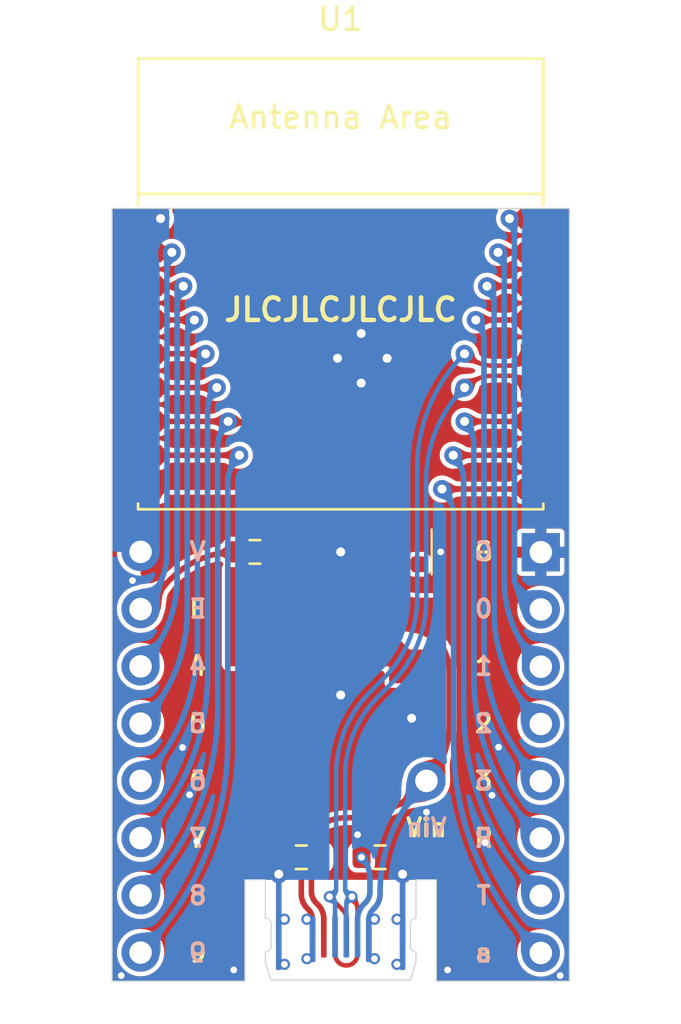
<source format=kicad_pcb>
(kicad_pcb (version 20221018) (generator pcbnew)
  (layers (0 "F.Cu" signal) (31 "B.Cu" signal) (34 "B.Paste" user) (35 "F.Paste" user) (36 "B.SilkS" user "B.Silkscreen") (37 "F.SilkS" user "F.Silkscreen") (38 "B.Mask" user) (39 "F.Mask" user) (44 "Edge.Cuts" user))
  (net 0 "")
  (net 1 "GND")
  (net 2 "D+")
  (net 3 "D-")
  (net 4 "+5V")
  (net 5 "Net-(J1-CC1)")
  (net 6 "Net-(J1-CC2)")
  (net 7 "+3.3V")
  (net 8 "IO0")
  (net 9 "IO1")
  (net 10 "IO2")
  (net 11 "IO3")
  (net 12 "IO4")
  (net 13 "IO5")
  (net 14 "IO6")
  (net 15 "IO7")
  (net 16 "IO8")
  (net 17 "IO9")
  (net 18 "IO10")
  (net 19 "RXD")
  (net 20 "TXD")
  (net 22 "EN")
  (footprint "Library:WS2812C-2020" (layer "F.Cu") (at 102.54 80.95)
    (fp_text reference "U3" hide)
    (fp_text value "WS2812C" hide)
    (fp_line (start 1.5 -1) (end 1.5 1) (stroke (width 0.1)) (layer "F.SilkS"))
    (pad "1" smd roundrect (at 0.915 0.55) (size 0.7 0.7) (layers "F.Cu" "F.Paste" "F.Mask"))
    (pad "2" smd roundrect (at 0.915 -0.55) (size 0.7 0.7) (layers "F.Cu" "F.Paste" "F.Mask") (net 1 "GND"))
    (pad "3" smd roundrect (at -0.915 -0.55) (size 0.7 0.7) (layers "F.Cu" "F.Paste" "F.Mask") (net 16 "IO8"))
    (pad "4" smd roundrect (at -0.915 0.55) (size 0.7 0.7) (layers "F.Cu" "F.Paste" "F.Mask") (net 4 "+5V"))
  )
  (footprint "Package_TO_SOT_SMD:SOT-223-3_TabPin2" (layer "F.Cu") (at 100 86.03 180)
    (fp_text reference "U2" hide)
    (fp_text value "LM1117MP-3.3" hide)
    (pad "1" smd rect (at -3.15 -2.3 180) (size 2 1.5) (layers "F.Cu" "F.Paste" "F.Mask") (net 1 "GND"))
    (pad "2" smd rect (at -3.15 0 180) (size 2 1.5) (layers "F.Cu" "F.Paste" "F.Mask") (net 7 "+3.3V"))
    (pad "2" smd rect (at 3.15 0 180) (size 2 3.8) (layers "F.Cu" "F.Paste" "F.Mask") (net 7 "+3.3V"))
    (pad "3" smd rect (at -3.15 2.3 180) (size 2 1.5) (layers "F.Cu" "F.Paste" "F.Mask") (net 4 "+5V"))
  )
  (footprint "Connector_PinHeader_2.54mm:PinHeader_1x08_P2.54mm_Vertical" (layer "F.Cu") (at 91.11 80.95)
    (fp_text reference "J2" hide)
    (fp_text value "Conn_01x08_Pin")
    (pad "1" thru_hole circle (at 0 0) (size 1.7 1.7) (drill 1) (layers "*.Cu" "*.Mask") (net 7 "+3.3V"))
    (pad "2" thru_hole oval (at 0 2.54) (size 1.7 1.7) (drill 1) (layers "*.Cu" "*.Mask") (net 22 "EN"))
    (pad "3" thru_hole oval (at 0 5.08) (size 1.7 1.7) (drill 1) (layers "*.Cu" "*.Mask") (net 12 "IO4"))
    (pad "4" thru_hole oval (at 0 7.62) (size 1.7 1.7) (drill 1) (layers "*.Cu" "*.Mask") (net 13 "IO5"))
    (pad "5" thru_hole oval (at 0 10.16) (size 1.7 1.7) (drill 1) (layers "*.Cu" "*.Mask") (net 14 "IO6"))
    (pad "6" thru_hole oval (at 0 12.7) (size 1.7 1.7) (drill 1) (layers "*.Cu" "*.Mask") (net 15 "IO7"))
    (pad "7" thru_hole oval (at 0 15.24) (size 1.7 1.7) (drill 1) (layers "*.Cu" "*.Mask") (net 16 "IO8"))
    (pad "8" thru_hole oval (at 0 17.78) (size 1.7 1.7) (drill 1) (layers "*.Cu" "*.Mask") (net 17 "IO9"))
  )
  (footprint "Resistor_SMD:R_0603_1608Metric" (layer "F.Cu") (at 96.19 80.95 180)
    (fp_text reference "R1" hide)
    (fp_text value "10k" hide)
    (fp_line (start -0.237258 -0.5225) (end 0.237258 -0.5225) (stroke (width 0.12)) (layer "F.SilkS"))
    (fp_line (start -0.237258 0.5225) (end 0.237258 0.5225) (stroke (width 0.12)) (layer "F.SilkS"))
    (pad "1" smd roundrect (at -0.825 0 180) (size 0.8 0.95) (layers "F.Cu" "F.Paste" "F.Mask") (net 7 "+3.3V"))
    (pad "2" smd roundrect (at 0.825 0 180) (size 0.8 0.95) (layers "F.Cu" "F.Paste" "F.Mask") (net 22 "EN"))
  )
  (footprint "clipboard:0cc91ec2-0069-494b-bf66-8693916d34c6" (layer "F.Cu") (at 100.02 89.825)
    (fp_text reference "" (at 0 0) (layer "F.SilkS") (effects (font (size 1.27 1.27))))
    (fp_text value "" (at 0 0) (layer "F.SilkS") (effects (font (size 1.27 1.27))))
  )
  (footprint "Library:USB-C" (layer "F.Cu") (at 100 95.5 -90)
    (fp_text reference "J1" hide)
    (fp_text value "USB-C" hide)
    (fp_line (start 0 -3.345) (end 1.7 -3.345) (stroke (width 0.05)) (layer "Edge.Cuts"))
    (fp_line (start 0 3.345) (end 1.7 3.345) (stroke (width 0.05)) (layer "Edge.Cuts"))
    (fp_line (start 1.95 -3.095) (end 2.95 -3.095) (stroke (width 0.05)) (layer "Edge.Cuts"))
    (fp_line (start 1.95 3.095) (end 2.95 3.095) (stroke (width 0.05)) (layer "Edge.Cuts"))
    (fp_line (start 3.2 -3.345) (end 3.65 -3.345) (stroke (width 0.05)) (layer "Edge.Cuts"))
    (fp_line (start 3.2 3.345) (end 3.65 3.345) (stroke (width 0.05)) (layer "Edge.Cuts"))
    (fp_line (start 3.65 -3.345) (end 4.45 -3.095) (stroke (width 0.05)) (layer "Edge.Cuts"))
    (fp_line (start 3.65 3.345) (end 4.45 3.095) (stroke (width 0.05)) (layer "Edge.Cuts"))
    (fp_line (start 4.45 -3.095) (end 4.45 0) (stroke (width 0.05)) (layer "Edge.Cuts"))
    (fp_line (start 4.45 3.095) (end 4.45 0) (stroke (width 0.05)) (layer "Edge.Cuts"))
    (fp_arc (start 1.7 3.345) (mid 1.773223 3.168223) (end 1.95 3.095) (stroke (width 0.05)) (layer "Edge.Cuts"))
    (fp_arc (start 1.95 -3.095) (mid 1.773223 -3.168223) (end 1.7 -3.345) (stroke (width 0.05)) (layer "Edge.Cuts"))
    (fp_arc (start 2.95 3.095) (mid 3.126777 3.168223) (end 3.2 3.345) (stroke (width 0.05)) (layer "Edge.Cuts"))
    (fp_arc (start 3.2 -3.345) (mid 3.126777 -3.168223) (end 2.95 -3.095) (stroke (width 0.05)) (layer "Edge.Cuts"))
    (pad "1" smd roundrect (at 2.81 -2.75 270) (size 2.38 0.25) (layers "F.Cu" "F.Paste" "F.Mask") (net 1 "GND"))
    (pad "1" smd roundrect (at 2.81 -2.75 270) (size 2.38 0.25) (layers "B.Cu" "B.Paste" "B.Mask") (net 1 "GND"))
    (pad "1" smd roundrect (at 2.81 2.75 270) (size 2.38 0.25) (layers "F.Cu" "F.Paste" "F.Mask") (net 1 "GND"))
    (pad "1" smd roundrect (at 2.81 2.75 270) (size 2.38 0.25) (layers "B.Cu" "B.Paste" "B.Mask") (net 1 "GND"))
    (pad "2" smd roundrect (at 2.535 -0.25 270) (size 1.83 0.25) (layers "B.Cu" "B.Paste" "B.Mask") (net 2 "D+"))
    (pad "2" smd roundrect (at 2.535 0.25 270) (size 1.83 0.25) (layers "F.Cu" "F.Paste" "F.Mask") (net 2 "D+"))
    (pad "3" smd roundrect (at 2.535 -0.25 270) (size 1.83 0.25) (layers "F.Cu" "F.Paste" "F.Mask") (net 3 "D-"))
    (pad "3" smd roundrect (at 2.535 0.25 270) (size 1.83 0.25) (layers "B.Cu" "B.Paste" "B.Mask") (net 3 "D-"))
    (pad "4" smd roundrect (at 2.635 -1.25 270) (size 2.03 0.25) (layers "F.Cu" "F.Paste" "F.Mask") (net 4 "+5V"))
    (pad "4" smd roundrect (at 2.635 -1.25 270) (size 2.03 0.25) (layers "B.Cu" "B.Paste" "B.Mask") (net 4 "+5V"))
    (pad "4" smd roundrect (at 2.635 1.25 270) (size 2.03 0.25) (layers "F.Cu" "F.Paste" "F.Mask") (net 4 "+5V"))
    (pad "4" smd roundrect (at 2.635 1.25 270) (size 2.03 0.25) (layers "B.Cu" "B.Paste" "B.Mask") (net 4 "+5V"))
    (pad "5" smd roundrect (at 2.535 0.75 270) (size 1.83 0.25) (layers "F.Cu" "F.Paste" "F.Mask") (net 5 "Net-(J1-CC1)"))
    (pad "6" smd roundrect (at 2.535 -0.75 270) (size 1.83 0.25) (layers "B.Cu" "B.Paste" "B.Mask") (net 6 "Net-(J1-CC2)"))
  )
  (footprint "Resistor_SMD:R_0603_1608Metric" (layer "F.Cu") (at 101.75 94.5)
    (fp_text reference "R2" hide)
    (fp_text value "5.1k" hide)
    (fp_line (start -0.237258 -0.5225) (end 0.237258 -0.5225) (stroke (width 0.12)) (layer "F.SilkS"))
    (fp_line (start -0.237258 0.5225) (end 0.237258 0.5225) (stroke (width 0.12)) (layer "F.SilkS"))
    (pad "1" smd roundrect (at -0.825 0) (size 0.8 0.95) (layers "F.Cu" "F.Paste" "F.Mask") (net 6 "Net-(J1-CC2)"))
    (pad "2" smd roundrect (at 0.825 0) (size 0.8 0.95) (layers "F.Cu" "F.Paste" "F.Mask") (net 1 "GND"))
  )
  (footprint "Resistor_SMD:R_0603_1608Metric" (layer "F.Cu") (at 98.25 94.5 180)
    (fp_text reference "R3" hide)
    (fp_text value "5.1k" hide)
    (fp_line (start -0.237258 -0.5225) (end 0.237258 -0.5225) (stroke (width 0.12)) (layer "F.SilkS"))
    (fp_line (start -0.237258 0.5225) (end 0.237258 0.5225) (stroke (width 0.12)) (layer "F.SilkS"))
    (pad "1" smd roundrect (at -0.825 0 180) (size 0.8 0.95) (layers "F.Cu" "F.Paste" "F.Mask") (net 5 "Net-(J1-CC1)"))
    (pad "2" smd roundrect (at 0.825 0 180) (size 0.8 0.95) (layers "F.Cu" "F.Paste" "F.Mask") (net 1 "GND"))
  )
  (footprint "PCM_Espressif:ESP32-C3-WROOM-02" (layer "F.Cu") (at 100 72.06)
    (fp_text reference "U1" (at 0 -14.75) (layer "F.SilkS"))
    (fp_text value "ESP32-C3-WROOM-02")
    (fp_text user "Antenna Area" (at 0 -10.4) (layer "F.SilkS"))
    (fp_line (start -9 -13) (end -9 -6.5) (stroke (width 0.12)) (layer "F.SilkS"))
    (fp_line (start -9 -13) (end 9 -13) (stroke (width 0.12)) (layer "F.SilkS"))
    (fp_line (start -9 7) (end -9 6.75) (stroke (width 0.12)) (layer "F.SilkS"))
    (fp_line (start 9 -13) (end 9 -6.5) (stroke (width 0.12)) (layer "F.SilkS"))
    (fp_line (start 9 -7) (end -8.95 -7) (stroke (width 0.12)) (layer "F.SilkS"))
    (fp_line (start 9 6.75) (end 9 7) (stroke (width 0.12)) (layer "F.SilkS"))
    (fp_line (start 9 7) (end -9 7) (stroke (width 0.12)) (layer "F.SilkS"))
    (pad "1" smd rect (at -8.75 -5.9) (size 1.5 0.9) (layers "F.Cu" "F.Paste" "F.Mask") (net 7 "+3.3V"))
    (pad "2" smd rect (at -8.75 -4.4) (size 1.5 0.9) (layers "F.Cu" "F.Paste" "F.Mask") (net 22 "EN"))
    (pad "3" smd rect (at -8.75 -2.9) (size 1.5 0.9) (layers "F.Cu" "F.Paste" "F.Mask") (net 12 "IO4"))
    (pad "4" smd rect (at -8.75 -1.4) (size 1.5 0.9) (layers "F.Cu" "F.Paste" "F.Mask") (net 13 "IO5"))
    (pad "5" smd rect (at -8.75 0.1) (size 1.5 0.9) (layers "F.Cu" "F.Paste" "F.Mask") (net 14 "IO6"))
    (pad "6" smd rect (at -8.75 1.6) (size 1.5 0.9) (layers "F.Cu" "F.Paste" "F.Mask") (net 15 "IO7"))
    (pad "7" smd rect (at -8.75 3.1) (size 1.5 0.9) (layers "F.Cu" "F.Paste" "F.Mask") (net 16 "IO8"))
    (pad "8" smd rect (at -8.75 4.6) (size 1.5 0.9) (layers "F.Cu" "F.Paste" "F.Mask") (net 17 "IO9"))
    (pad "9" smd rect (at -8.75 6.1) (size 1.5 0.9) (layers "F.Cu" "F.Paste" "F.Mask") (net 1 "GND"))
    (pad "10" smd rect (at 8.75 6.1 180) (size 1.5 0.9) (layers "F.Cu" "F.Paste" "F.Mask") (net 18 "IO10"))
    (pad "11" smd rect (at 8.75 4.6 180) (size 1.5 0.9) (layers "F.Cu" "F.Paste" "F.Mask") (net 20 "TXD"))
    (pad "12" smd rect (at 8.75 3.1 180) (size 1.5 0.9) (layers "F.Cu" "F.Paste" "F.Mask") (net 19 "RXD"))
    (pad "13" smd rect (at 8.75 1.6 180) (size 1.5 0.9) (layers "F.Cu" "F.Paste" "F.Mask") (net 2 "D+"))
    (pad "14" smd rect (at 8.75 0.1 180) (size 1.5 0.9) (layers "F.Cu" "F.Paste" "F.Mask") (net 3 "D-"))
    (pad "15" smd rect (at 8.75 -1.4 180) (size 1.5 0.9) (layers "F.Cu" "F.Paste" "F.Mask") (net 11 "IO3"))
    (pad "16" smd rect (at 8.75 -2.9 180) (size 1.5 0.9) (layers "F.Cu" "F.Paste" "F.Mask") (net 10 "IO2"))
    (pad "17" smd rect (at 8.75 -4.4 180) (size 1.5 0.9) (layers "F.Cu" "F.Paste" "F.Mask") (net 9 "IO1"))
    (pad "18" smd rect (at 8.75 -5.9 180) (size 1.5 0.9) (layers "F.Cu" "F.Paste" "F.Mask") (net 8 "IO0"))
    (pad "19" smd rect (at -0.14 -0.8 180) (size 0.7 0.7) (layers "F.Cu" "F.Paste" "F.Mask") (net 1 "GND"))
    (pad "19" smd rect (at -0.14 0.3 180) (size 0.7 0.7) (layers "F.Cu" "F.Paste" "F.Mask") (net 1 "GND"))
    (pad "19" smd rect (at -0.14 1.4 180) (size 0.7 0.7) (layers "F.Cu" "F.Paste" "F.Mask") (net 1 "GND"))
    (pad "19" smd rect (at 0.91 -0.8 180) (size 0.7 0.7) (layers "F.Cu" "F.Paste" "F.Mask") (net 1 "GND"))
    (pad "19" smd rect (at 0.91 0.3 180) (size 0.7 0.7) (layers "F.Cu" "F.Paste" "F.Mask") (net 1 "GND"))
    (pad "19" smd rect (at 0.91 1.4 180) (size 0.7 0.7) (layers "F.Cu" "F.Paste" "F.Mask") (net 1 "GND"))
    (pad "19" smd rect (at 2.06 -0.8 180) (size 0.7 0.7) (layers "F.Cu" "F.Paste" "F.Mask") (net 1 "GND"))
    (pad "19" smd rect (at 2.06 0.3 180) (size 0.7 0.7) (layers "F.Cu" "F.Paste" "F.Mask") (net 1 "GND"))
    (pad "19" smd rect (at 2.06 1.4 180) (size 0.7 0.7) (layers "F.Cu" "F.Paste" "F.Mask") (net 1 "GND"))
    (zone (net 0) (net_name "") (layers "*.Cu") (name "antenna keepout") (connect_pads (clearance 0)) (min_thickness 0.254)
      (keepout (tracks not_allowed) (vias not_allowed) (pads not_allowed) (copperpour not_allowed) (footprints not_allowed))
      (fill (thermal_gap 0.508) (thermal_bridge_width 0.508))
      (polygon (pts (xy 109 65.06) (xy 91 65.06) (xy 91 59.06) (xy 109 59.06)))
    )
  )
  (footprint "Connector_PinHeader_2.54mm:PinHeader_1x01_P2.54mm_Vertical" (layer "F.Cu") (at 103.81 91.11)
    (fp_text reference "J3" hide)
    (fp_text value "Conn_01x01_Pin" hide)
    (pad "1" thru_hole circle (at 0 0) (size 1.7 1.7) (drill 1) (layers "*.Cu" "*.Mask") (net 4 "+5V"))
  )
  (footprint "Connector_PinHeader_2.54mm:PinHeader_1x08_P2.54mm_Vertical" (layer "F.Cu") (at 108.89 80.965)
    (fp_text reference "J4" hide)
    (fp_text value "Conn_01x08_Pin")
    (pad "1" thru_hole rect (at 0 0) (size 1.7 1.7) (drill 1) (layers "*.Cu" "*.Mask") (net 1 "GND"))
    (pad "2" thru_hole oval (at 0 2.54) (size 1.7 1.7) (drill 1) (layers "*.Cu" "*.Mask") (net 8 "IO0"))
    (pad "3" thru_hole oval (at 0 5.08) (size 1.7 1.7) (drill 1) (layers "*.Cu" "*.Mask") (net 9 "IO1"))
    (pad "4" thru_hole oval (at 0 7.62) (size 1.7 1.7) (drill 1) (layers "*.Cu" "*.Mask") (net 10 "IO2"))
    (pad "5" thru_hole oval (at 0 10.16) (size 1.7 1.7) (drill 1) (layers "*.Cu" "*.Mask") (net 11 "IO3"))
    (pad "6" thru_hole oval (at 0 12.7) (size 1.7 1.7) (drill 1) (layers "*.Cu" "*.Mask") (net 19 "RXD"))
    (pad "7" thru_hole oval (at 0 15.24) (size 1.7 1.7) (drill 1) (layers "*.Cu" "*.Mask") (net 20 "TXD"))
    (pad "8" thru_hole oval (at 0 17.78) (size 1.7 1.7) (drill 1) (layers "*.Cu" "*.Mask") (net 18 "IO10"))
  )
  (footprint "LOGO" (layer "B.Cu") (at 97.46 68.25 180)
    (fp_text reference "G***" hide)
    (fp_text value "LOGO" hide)
  )
  (footprint "LOGO" (layer "B.Cu") (at 102.54 68.25 180)
    (fp_text reference "G***" hide)
    (fp_text value "LOGO" hide)
  )
  (gr_line (start 89.84 100) (end 95.75 100) (stroke (width 0.05)) (layer "Edge.Cuts"))
  (gr_line (start 95.75 95.5) (end 95.75 100) (stroke (width 0.05)) (layer "Edge.Cuts"))
  (gr_line (start 104.25 100) (end 110.16 100) (stroke (width 0.05)) (layer "Edge.Cuts"))
  (gr_line (start 89.84 65.71) (end 89.84 100) (stroke (width 0.05)) (layer "Edge.Cuts"))
  (gr_line (start 110.16 65.71) (end 110.16 100) (stroke (width 0.05)) (layer "Edge.Cuts"))
  (gr_line (start 89.84 65.71) (end 110.16 65.71) (stroke (width 0.05)) (layer "Edge.Cuts"))
  (gr_line (start 104.25 95.5) (end 104.25 100) (stroke (width 0.05)) (layer "Edge.Cuts"))
  (gr_line (start 103.345 95.5) (end 104.25 95.5) (stroke (width 0.05)) (layer "Edge.Cuts"))
  (gr_line (start 96.655 95.5) (end 95.75 95.5) (stroke (width 0.05)) (layer "Edge.Cuts"))
  (gr_text "G\n\n0\n\n1\n\n2\n\n3\n\nR\n\nT\n\na" (at 106.35 89.84) (layer "B.SilkS") (effects (font (size 0.79 0.79) (thickness 0.158) bold) (justify mirror)))
  (gr_text "V\n\nE\n\n4\n\n5\n\n6\n\n7\n\n8\n\n9" (at 93.65 89.84) (layer "B.SilkS") (effects (font (size 0.79 0.79) (thickness 0.158) bold) (justify mirror)))
  (gr_text "Vin" (at 103.81 93.65) (layer "B.SilkS") (effects (font (size 0.79 0.79) (thickness 0.158) bold) (justify bottom mirror)))
  (gr_text "V\n\nE\n\n4\n\n5\n\n6\n\n7\n\n8\n\n9" (at 93.65 89.84) (layer "F.SilkS") (effects (font (size 0.79 0.79) (thickness 0.158) bold)))
  (gr_text "Vin" (at 103.81 93.65) (layer "F.SilkS") (effects (font (size 0.79 0.79) (thickness 0.158) bold) (justify bottom)))
  (gr_text "G\n\n0\n\n1\n\n2\n\n3\n\nR\n\nT\n\na" (at 106.35 89.84) (layer "F.SilkS") (effects (font (size 0.79 0.79) (thickness 0.158) bold)))
  (gr_text "JLCJLCJLCJLC" (at 100 70.79) (layer "F.SilkS") (effects (font (size 1 1) (thickness 0.2) bold) (justify bottom)))
  (segment (start 102.75 98.31) (end 102.75 95.25) (width 0.25) (layer "F.Cu") (net 1))
  (segment (start 102.75 95.25) (end 102.75 95.5) (width 0.25) (layer "F.Cu") (net 1))
  (segment (start 97.25 98.31) (end 97.25 95.25) (width 0.25) (layer "F.Cu") (net 1))
  (segment (start 97.25 95.25) (end 97.25 95.5) (width 0.25) (layer "F.Cu") (net 1))
  (via (at 102.75 95.25) (size 0.8) (drill 0.4) (layers "F.Cu" "B.Cu") (net 1))
  (via (at 93.607874 93.801775) (size 0.5) (drill 0.3) (layers "F.Cu" "B.Cu") (net 1))
  (via (at 109.75 99.75) (size 0.5) (drill 0.3) (layers "F.Cu" "B.Cu") (net 1))
  (via (at 106.720648 91.753297) (size 0.5) (drill 0.3) (layers "F.Cu" "B.Cu") (net 1))
  (via (at 100.91 71.26) (size 0.8) (drill 0.4) (layers "F.Cu" "B.Cu") (net 1))
  (via (at 102.06 72.36) (size 0.8) (drill 0.4) (layers "F.Cu" "B.Cu") (net 1))
  (via (at 106.412484 93.855451) (size 0.5) (drill 0.3) (layers "F.Cu" "B.Cu") (net 1))
  (via (at 100 80.95) (size 0.8) (drill 0.4) (layers "F.Cu" "B.Cu") (net 1))
  (via (at 100.75 93.5) (size 0.5) (drill 0.3) (layers "F.Cu" "B.Cu") (net 1))
  (via (at 104.44 80.95) (size 0.5) (drill 0.3) (layers "F.Cu" "B.Cu") (net 1))
  (via (at 97.5 97.25) (size 0.5) (drill 0.3) (layers "F.Cu" "B.Cu") (net 1))
  (via (at 102.5 99.25) (size 0.5) (drill 0.3) (layers "F.Cu" "B.Cu") (net 1))
  (via (at 90.75 82.220923) (size 0.5) (drill 0.3) (layers "F.Cu" "B.Cu") (net 1))
  (via (at 104.75 99.5) (size 0.5) (drill 0.3) (layers "F.Cu" "B.Cu") (net 1))
  (via (at 92.974757 89.628585) (size 0.5) (drill 0.3) (layers "F.Cu" "B.Cu") (net 1))
  (via (at 99.86 72.36) (size 0.8) (drill 0.4) (layers "F.Cu" "B.Cu") (net 1))
  (via (at 93.286388 91.727766) (size 0.5) (drill 0.3) (layers "F.Cu" "B.Cu") (net 1))
  (via (at 95.25 99.5) (size 0.5) (drill 0.3) (layers "F.Cu" "B.Cu") (net 1))
  (via (at 100.91 73.46) (size 0.8) (drill 0.4) (layers "F.Cu" "B.Cu") (net 1))
  (via (at 97.5 99.25) (size 0.5) (drill 0.3) (layers "F.Cu" "B.Cu") (net 1))
  (via (at 102.5 97.25) (size 0.5) (drill 0.3) (layers "F.Cu" "B.Cu") (net 1))
  (via (at 103.15 88.33) (size 0.8) (drill 0.4) (layers "F.Cu" "B.Cu") (net 1))
  (via (at 103.81 92.5) (size 0.5) (drill 0.3) (layers "F.Cu" "B.Cu") (net 1))
  (via (at 97.25 95.25) (size 0.8) (drill 0.4) (layers "F.Cu" "B.Cu") (net 1))
  (via (at 100 87.3) (size 0.8) (drill 0.4) (layers "F.Cu" "B.Cu") (net 1))
  (via (at 107.014292 89.614727) (size 0.5) (drill 0.3) (layers "F.Cu" "B.Cu") (net 1))
  (via (at 90.25 99.75) (size 0.5) (drill 0.3) (layers "F.Cu" "B.Cu") (net 1))
  (segment (start 97.25 98.31) (end 97.25 95.5) (width 0.25) (layer "B.Cu") (net 1))
  (segment (start 102.75 98.31) (end 102.75 95.5) (width 0.25) (layer "B.Cu") (net 1))
  (segment (start 100.25 99.3) (end 100.25 99.3) (width 0.2) (layer "F.Cu") (net 2))
  (segment (start 100.75 98.8) (end 100.75 96.85355) (width 0.2) (layer "F.Cu") (net 2))
  (segment (start 99.75 98.035) (end 99.75 98.8) (width 0.2) (layer "F.Cu") (net 2))
  (segment (start 107.482547 73.135001) (end 106.767453 73.135001) (width 0.2) (layer "F.Cu") (net 2))
  (via (at 105.5 73.66) (size 0.8) (drill 0.4) (layers "F.Cu" "B.Cu") (net 2))
  (via (at 100.5 96.25) (size 0.5) (drill 0.3) (layers "F.Cu" "B.Cu") (net 2))
  (arc (start 100.25 99.3) (mid 100.603553 99.153553) (end 100.75 98.8) (width 0.2) (layer "F.Cu") (net 2))
  (arc (start 99.75 98.8) (mid 99.896447 99.153553) (end 100.25 99.3) (width 0.2) (layer "F.Cu") (net 2))
  (arc (start 108.75 73.66) (mid 108.168484 73.271442) (end 107.482547 73.135001) (width 0.2) (layer "F.Cu") (net 2))
  (arc (start 105.5 73.66) (mid 106.081516 73.271442) (end 106.767453 73.135001) (width 0.2) (layer "F.Cu") (net 2))
  (arc (start 100.5 96.25) (mid 100.685027 96.526912) (end 100.75 96.85355) (width 0.2) (layer "F.Cu") (net 2))
  (segment (start 100.2 95.95) (end 100.5 96.25) (width 0.2) (layer "B.Cu") (net 2))
  (segment (start 103.81 78.41) (end 103.8 78.42) (width 0.2) (layer "B.Cu") (net 2))
  (segment (start 100.25 96.5) (end 100.25 98.035) (width 0.2) (layer "B.Cu") (net 2))
  (segment (start 102.276955 86.758731) (end 101.664466 87.37122) (width 0.2) (layer "B.Cu") (net 2))
  (segment (start 100.5 96.25) (end 100.25 96.5) (width 0.2) (layer "B.Cu") (net 2))
  (segment (start 103.8 78.42) (end 103.8 83.081775) (width 0.2) (layer "B.Cu") (net 2))
  (segment (start 103.8 78.386437) (end 103.8 77.764163) (width 0.2) (layer "B.Cu") (net 2))
  (segment (start 100.2 90.906754) (end 100.2 95.95) (width 0.2) (layer "B.Cu") (net 2))
  (arc (start 103.8 77.764163) (mid 104.241816 75.543006) (end 105.5 73.66) (width 0.2) (layer "B.Cu") (net 2))
  (arc (start 101.664466 87.37122) (mid 100.580602 88.993337) (end 100.2 90.906754) (width 0.2) (layer "B.Cu") (net 2))
  (arc (start 103.8 83.081775) (mid 103.404173 85.071729) (end 102.276955 86.758731) (width 0.2) (layer "B.Cu") (net 2))
  (segment (start 107.482543 72.684999) (end 106.767458 72.684999) (width 0.2) (layer "F.Cu") (net 3))
  (segment (start 100.103553 96.853553) (end 99.5 96.25) (width 0.2) (layer "F.Cu") (net 3))
  (segment (start 100.25 98.035) (end 100.25 97.207107) (width 0.2) (layer "F.Cu") (net 3))
  (via (at 105.5 72.16) (size 0.8) (drill 0.4) (layers "F.Cu" "B.Cu") (net 3))
  (via (at 99.5 96.25) (size 0.5) (drill 0.3) (layers "F.Cu" "B.Cu") (net 3))
  (arc (start 107.482543 72.684999) (mid 108.168485 72.548557) (end 108.75 72.16) (width 0.2) (layer "F.Cu") (net 3))
  (arc (start 100.103553 96.853553) (mid 100.21194 97.015765) (end 100.25 97.207107) (width 0.2) (layer "F.Cu") (net 3))
  (arc (start 106.767458 72.684999) (mid 106.081516 72.548557) (end 105.5 72.16) (width 0.2) (layer "F.Cu") (net 3))
  (segment (start 99.75 96.5) (end 99.5 96.25) (width 0.2) (layer "B.Cu") (net 3))
  (segment (start 99.8 95.95) (end 99.8 90.823911) (width 0.2) (layer "B.Cu") (net 3))
  (segment (start 99.75 98.035) (end 99.75 96.5) (width 0.2) (layer "B.Cu") (net 3))
  (segment (start 99.5 96.25) (end 99.8 95.95) (width 0.2) (layer "B.Cu") (net 3))
  (segment (start 103.4 82.998932) (end 103.4 77.229838) (width 0.2) (layer "B.Cu") (net 3))
  (segment (start 101.323045 87.146955) (end 101.935534 86.534466) (width 0.2) (layer "B.Cu") (net 3))
  (arc (start 99.8 90.823911) (mid 100.195827 88.833957) (end 101.323045 87.146955) (width 0.2) (layer "B.Cu") (net 3))
  (arc (start 103.4 77.229838) (mid 103.94578 74.486062) (end 105.5 72.16) (width 0.2) (layer "B.Cu") (net 3))
  (arc (start 101.935534 86.534466) (mid 103.019398 84.912349) (end 103.4 82.998932) (width 0.2) (layer "B.Cu") (net 3))
  (segment (start 104.239213 84.819213) (end 103.15 83.73) (width 0.25) (layer "F.Cu") (net 4))
  (segment (start 98.25 94.696346) (end 98.25 96.127208) (width 0.25) (layer "F.Cu") (net 4))
  (segment (start 104.825 88.65959) (end 104.825 86.233427) (width 0.25) (layer "F.Cu") (net 4))
  (segment (start 102.12351 82.703511) (end 103.15 83.73) (width 0.25) (layer "F.Cu") (net 4))
  (segment (start 98.513604 96.763604) (end 98.544974 96.794974) (width 0.25) (layer "F.Cu") (net 4))
  (segment (start 98.75 97.289949) (end 98.75 98.135) (width 0.25) (layer "F.Cu") (net 4))
  (segment (start 103.81 91.11) (end 103.81 91.253173) (width 0.25) (layer "F.Cu") (net 4))
  (via (at 101.5 99) (size 0.5) (drill 0.3) (layers "F.Cu" "B.Cu") (net 4))
  (via (at 98.5 99) (size 0.5) (drill 0.3) (layers "F.Cu" "B.Cu") (net 4))
  (via (at 98.5 97.25) (size 0.5) (drill 0.3) (layers "F.Cu" "B.Cu") (net 4))
  (via (at 101.5 97.25) (size 0.5) (drill 0.3) (layers "F.Cu" "B.Cu") (net 4))
  (arc (start 101.625 81.5) (mid 101.754559 82.151335) (end 102.12351 82.703511) (width 0.25) (layer "F.Cu") (net 4))
  (arc (start 98.25 96.127208) (mid 98.318509 96.471623) (end 98.513604 96.763604) (width 0.25) (layer "F.Cu") (net 4))
  (arc (start 100.196346 92.75) (mid 102.152039 92.360989) (end 103.81 91.253173) (width 0.25) (layer "F.Cu") (net 4))
  (arc (start 104.825 86.233427) (mid 104.672759 85.46806) (end 104.239213 84.819213) (width 0.25) (layer "F.Cu") (net 4))
  (arc (start 98.544974 96.794974) (mid 98.696715 97.02207) (end 98.75 97.289949) (width 0.25) (layer "F.Cu") (net 4))
  (arc (start 104.825 88.65959) (mid 104.561213 89.985736) (end 103.81 91.11) (width 0.25) (layer "F.Cu") (net 4))
  (arc (start 100.196346 92.75) (mid 98.820072 93.320072) (end 98.25 94.696346) (width 0.25) (layer "F.Cu") (net 4))
  (segment (start 101.455026 96.794974) (end 101.486396 96.763604) (width 0.25) (layer "B.Cu") (net 4))
  (segment (start 103.800564 91.119436) (end 103.81 91.11) (width 0.25) (layer "B.Cu") (net 4))
  (segment (start 101.25 98.135) (end 101.25 97.289949) (width 0.25) (layer "B.Cu") (net 4))
  (segment (start 101.75 96.127208) (end 101.75 96.069935) (width 0.25) (layer "B.Cu") (net 4))
  (arc (start 101.455026 96.794974) (mid 101.303285 97.02207) (end 101.25 97.289949) (width 0.25) (layer "B.Cu") (net 4))
  (arc (start 101.75 96.127208) (mid 101.681492 96.471623) (end 101.486396 96.763604) (width 0.25) (layer "B.Cu") (net 4))
  (arc (start 101.75 96.069935) (mid 102.282924 93.390744) (end 103.800564 91.119436) (width 0.25) (layer "B.Cu") (net 4))
  (segment (start 99.25 98.035) (end 99.25 97.236396) (width 0.25) (layer "F.Cu") (net 5))
  (segment (start 98.986396 96.6) (end 98.905025 96.518629) (width 0.25) (layer "F.Cu") (net 5))
  (segment (start 98.7 96.023655) (end 98.7 95.405321) (width 0.25) (layer "F.Cu") (net 5))
  (arc (start 99.075 94.5) (mid 98.797457 94.915369) (end 98.7 95.405321) (width 0.25) (layer "F.Cu") (net 5))
  (arc (start 99.25 97.236396) (mid 99.181492 96.891981) (end 98.986396 96.6) (width 0.25) (layer "F.Cu") (net 5))
  (arc (start 98.905025 96.518629) (mid 98.753285 96.291533) (end 98.7 96.023655) (width 0.25) (layer "F.Cu") (net 5))
  (via (at 100.925 94.5) (size 0.5) (drill 0.3) (layers "F.Cu" "B.Cu") (net 6))
  (segment (start 101.3 95.405327) (end 101.3 96.023655) (width 0.25) (layer "B.Cu") (net 6))
  (segment (start 100.75 97.236396) (end 100.75 98.035) (width 0.25) (layer "B.Cu") (net 6))
  (segment (start 101.094974 96.51863) (end 101.013604 96.6) (width 0.25) (layer "B.Cu") (net 6))
  (arc (start 100.925 94.5) (mid 101.202541 94.915369) (end 101.3 95.405327) (width 0.25) (layer "B.Cu") (net 6))
  (arc (start 101.3 96.023655) (mid 101.246716 96.291534) (end 101.094974 96.51863) (width 0.25) (layer "B.Cu") (net 6))
  (arc (start 100.75 97.236396) (mid 100.818508 96.891981) (end 101.013604 96.6) (width 0.25) (layer "B.Cu") (net 6))
  (via (at 92 66.16) (size 0.8) (drill 0.4) (layers "F.Cu" "B.Cu") (net 7))
  (segment (start 108.75 66.16) (end 107.5 66.16) (width 0.25) (layer "F.Cu") (net 8))
  (via (at 107.5 66.16) (size 0.8) (drill 0.4) (layers "F.Cu" "B.Cu") (net 8))
  (segment (start 107.715 82.22) (end 107.715 66.679055) (width 0.25) (layer "B.Cu") (net 8))
  (segment (start 108.89 83.505) (end 107.792782 82.407781) (width 0.25) (layer "B.Cu") (net 8))
  (arc (start 107.792782 82.407781) (mid 107.735223 82.321624) (end 107.715 82.22) (width 0.25) (layer "B.Cu") (net 8))
  (arc (start 107.715 66.679055) (mid 107.659124 66.398145) (end 107.5 66.16) (width 0.25) (layer "B.Cu") (net 8))
  (segment (start 106.99 67.66) (end 108.75 67.66) (width 0.25) (layer "F.Cu") (net 9))
  (via (at 106.99 67.66) (size 0.8) (drill 0.4) (layers "F.Cu" "B.Cu") (net 9))
  (segment (start 107.265 82.22) (end 107.265 68.323908) (width 0.25) (layer "B.Cu") (net 9))
  (segment (start 108.89 86.045) (end 108.820635 85.975635) (width 0.25) (layer "B.Cu") (net 9))
  (segment (start 108.611051 85.766052) (end 108.89 86.045) (width 0.25) (layer "B.Cu") (net 9))
  (arc (start 107.265 68.323908) (mid 107.19353 67.964604) (end 106.99 67.66) (width 0.25) (layer "B.Cu") (net 9))
  (arc (start 108.820635 85.975635) (mid 107.669324 84.252528) (end 107.265 82.22) (width 0.25) (layer "B.Cu") (net 9))
  (segment (start 108.75 69.16) (end 106.5 69.16) (width 0.25) (layer "F.Cu") (net 10))
  (via (at 106.5 69.16) (size 0.8) (drill 0.4) (layers "F.Cu" "B.Cu") (net 10))
  (segment (start 106.815 83.575507) (end 106.815 69.920477) (width 0.25) (layer "B.Cu") (net 10))
  (arc (start 106.815 69.920477) (mid 106.733135 69.50891) (end 106.5 69.16) (width 0.25) (layer "B.Cu") (net 10))
  (arc (start 108.89 88.585) (mid 107.354274 86.286625) (end 106.815 83.575507) (width 0.25) (layer "B.Cu") (net 10))
  (segment (start 106 70.66) (end 108.75 70.66) (width 0.25) (layer "F.Cu") (net 11))
  (via (at 106 70.66) (size 0.8) (drill 0.4) (layers "F.Cu" "B.Cu") (net 11))
  (segment (start 106.365 85.029111) (end 106.365 71.541187) (width 0.25) (layer "B.Cu") (net 11))
  (arc (start 106.365 71.541187) (mid 106.27014 71.064292) (end 106 70.66) (width 0.25) (layer "B.Cu") (net 11))
  (arc (start 108.89 91.125) (mid 107.021225 88.328182) (end 106.365 85.029111) (width 0.25) (layer "B.Cu") (net 11))
  (segment (start 91.25 69.16) (end 93.01 69.16) (width 0.25) (layer "F.Cu") (net 12))
  (via (at 93.01 69.16) (size 0.8) (drill 0.4) (layers "F.Cu" "B.Cu") (net 12))
  (segment (start 91.11 86.03) (end 91.189972 85.950029) (width 0.25) (layer "B.Cu") (net 12))
  (segment (start 92.735 69.823908) (end 92.735 82.106903) (width 0.25) (layer "B.Cu") (net 12))
  (arc (start 93.01 69.16) (mid 92.806471 69.464604) (end 92.735 69.823908) (width 0.25) (layer "B.Cu") (net 12))
  (arc (start 92.735 82.106903) (mid 92.312676 84.230067) (end 91.11 86.03) (width 0.25) (layer "B.Cu") (net 12))
  (segment (start 91.25 70.66) (end 93.5 70.66) (width 0.25) (layer "F.Cu") (net 13))
  (via (at 93.5 70.66) (size 0.8) (drill 0.4) (layers "F.Cu" "B.Cu") (net 13))
  (segment (start 93.185 71.420477) (end 93.185 83.560507) (width 0.25) (layer "B.Cu") (net 13))
  (arc (start 93.185 83.560507) (mid 92.645725 86.271625) (end 91.11 88.57) (width 0.25) (layer "B.Cu") (net 13))
  (arc (start 93.5 70.66) (mid 93.266863 71.00891) (end 93.185 71.420477) (width 0.25) (layer "B.Cu") (net 13))
  (segment (start 91.25 72.16) (end 94 72.16) (width 0.25) (layer "F.Cu") (net 14))
  (via (at 94 72.16) (size 0.8) (drill 0.4) (layers "F.Cu" "B.Cu") (net 14))
  (segment (start 93.635 73.041187) (end 93.635 85.014111) (width 0.25) (layer "B.Cu") (net 14))
  (arc (start 93.635 85.014111) (mid 92.978774 88.313182) (end 91.11 91.11) (width 0.25) (layer "B.Cu") (net 14))
  (arc (start 94 72.16) (mid 93.729859 72.564292) (end 93.635 73.041187) (width 0.25) (layer "B.Cu") (net 14))
  (segment (start 91.25 73.66) (end 94.5 73.66) (width 0.25) (layer "F.Cu") (net 15))
  (via (at 94.5 73.66) (size 0.8) (drill 0.4) (layers "F.Cu" "B.Cu") (net 15))
  (segment (start 94.085 74.661898) (end 94.085 86.467715) (width 0.25) (layer "B.Cu") (net 15))
  (arc (start 94.085 86.467715) (mid 93.311823 90.354739) (end 91.11 93.65) (width 0.25) (layer "B.Cu") (net 15))
  (arc (start 94.5 73.66) (mid 94.192855 74.119675) (end 94.085 74.661898) (width 0.25) (layer "B.Cu") (net 15))
  (segment (start 91.25 75.16) (end 95 75.16) (width 0.25) (layer "F.Cu") (net 16))
  (segment (start 97.364343 76.139343) (end 101.625 80.4) (width 0.25) (layer "F.Cu") (net 16))
  (via (at 95 75.16) (size 0.8) (drill 0.4) (layers "F.Cu" "B.Cu") (net 16))
  (arc (start 95 75.16) (mid 96.279573 75.414523) (end 97.364343 76.139343) (width 0.25) (layer "F.Cu") (net 16))
  (segment (start 94.535 76.282609) (end 94.535 87.921319) (width 0.25) (layer "B.Cu") (net 16))
  (arc (start 94.535 87.921319) (mid 93.644872 92.396297) (end 91.11 96.19) (width 0.25) (layer "B.Cu") (net 16))
  (arc (start 95 75.16) (mid 94.655851 75.675057) (end 94.535 76.282609) (width 0.25) (layer "B.Cu") (net 16))
  (segment (start 91.25 76.66) (end 95.5 76.66) (width 0.25) (layer "F.Cu") (net 17))
  (via (at 95.5 76.66) (size 0.8) (drill 0.4) (layers "F.Cu" "B.Cu") (net 17))
  (segment (start 94.985 77.903319) (end 94.985 89.374923) (width 0.25) (layer "B.Cu") (net 17))
  (arc (start 94.985 89.374923) (mid 93.97792 94.437854) (end 91.11 98.73) (width 0.25) (layer "B.Cu") (net 17))
  (arc (start 95.5 76.66) (mid 95.118847 77.23044) (end 94.985 77.903319) (width 0.25) (layer "B.Cu") (net 17))
  (segment (start 104.5 78.16) (end 108.75 78.16) (width 0.25) (layer "F.Cu") (net 18))
  (via (at 104.5 78.16) (size 0.8) (drill 0.4) (layers "F.Cu" "B.Cu") (net 18))
  (segment (start 105.015 89.389923) (end 105.015 79.403319) (width 0.25) (layer "B.Cu") (net 18))
  (arc (start 108.89 98.745) (mid 106.022056 94.45286) (end 105.015 89.389923) (width 0.25) (layer "B.Cu") (net 18))
  (arc (start 105.015 79.403319) (mid 104.881156 78.73044) (end 104.5 78.16) (width 0.25) (layer "B.Cu") (net 18))
  (segment (start 105.5 75.16) (end 108.75 75.16) (width 0.25) (layer "F.Cu") (net 19))
  (via (at 105.5 75.16) (size 0.8) (drill 0.4) (layers "F.Cu" "B.Cu") (net 19))
  (segment (start 105.915 86.482715) (end 105.915 76.161898) (width 0.25) (layer "B.Cu") (net 19))
  (arc (start 108.89 93.665) (mid 106.688176 90.36974) (end 105.915 86.482715) (width 0.25) (layer "B.Cu") (net 19))
  (arc (start 105.915 76.161898) (mid 105.807145 75.619675) (end 105.5 75.16) (width 0.25) (layer "B.Cu") (net 19))
  (segment (start 108.75 76.66) (end 105 76.66) (width 0.25) (layer "F.Cu") (net 20))
  (via (at 105 76.66) (size 0.8) (drill 0.4) (layers "F.Cu" "B.Cu") (net 20))
  (segment (start 105.465 87.936319) (end 105.465 77.782609) (width 0.25) (layer "B.Cu") (net 20))
  (arc (start 105.465 77.782609) (mid 105.344151 77.175057) (end 105 76.66) (width 0.25) (layer "B.Cu") (net 20))
  (arc (start 108.89 96.205) (mid 106.355126 92.411297) (end 105.465 87.936319) (width 0.25) (layer "B.Cu") (net 20))
  (segment (start 92.437312 82.162688) (end 91.11 83.49) (width 0.25) (layer "F.Cu") (net 22))
  (segment (start 91.25 67.66) (end 92.5 67.66) (width 0.25) (layer "F.Cu") (net 22))
  (via (at 92.5 67.66) (size 0.8) (drill 0.4) (layers "F.Cu" "B.Cu") (net 22))
  (arc (start 95.365 80.95) (mid 93.780547 81.265167) (end 92.437312 82.162688) (width 0.25) (layer "F.Cu") (net 22))
  (segment (start 92.283951 78.408951) (end 92.285 78.41) (width 0.25) (layer "B.Cu") (net 22))
  (segment (start 92.285 78.41) (end 92.285 80.95) (width 0.25) (layer "B.Cu") (net 22))
  (segment (start 92.283951 68.181588) (end 92.283951 78.408951) (width 0.25) (layer "B.Cu") (net 22))
  (segment (start 91.319799 83.280201) (end 91.11 83.49) (width 0.25) (layer "B.Cu") (net 22))
  (arc (start 92.285 80.95) (mid 92.034152 82.211096) (end 91.319799 83.280201) (width 0.25) (layer "B.Cu") (net 22))
  (arc (start 92.5 67.66) (mid 92.3401 67.899307) (end 92.283951 68.181588) (width 0.25) (layer "B.Cu") (net 22))
  (zone (net 1) (net_name "GND") (layer "F.Cu") (connect_pads thru_hole_only (clearance 0.2)) (min_thickness 0.2) (fill yes (thermal_gap 0.2) (thermal_bridge_width 0.5))
    (polygon (pts (xy 89.69 65.71) (xy 110.31 65.71) (xy 110.31 100) (xy 104.25 100) (xy 104.25 95.5) (xy 95.75 95.5) (xy 95.75 100) (xy 89.69 100)))
  )
  (zone (net 7) (net_name "+3.3V") (layer "F.Cu") (priority 2) (connect_pads yes (clearance 0.2)) (min_thickness 0.2) (fill yes (thermal_gap 0.2) (thermal_bridge_width 0.5))
    (polygon (pts (xy 94.92 80.95) (xy 93.65 80.95) (xy 91.11 83.49) (xy 91.11 79.68) (xy 92.38 78.41) (xy 96.19 78.41) (xy 103.81 86.03) (xy 94.92 86.03)))
  )
  (zone (net 7) (net_name "+3.3V") (layer "B.Cu") (priority 3) (connect_pads yes (clearance 0.2)) (min_thickness 0.2) (fill yes (thermal_gap 0.2) (thermal_bridge_width 0.5))
    (polygon (pts (xy 89.850256 80.95) (xy 92.350256 80.95) (xy 92.38 65.71) (xy 89.84 65.71)))
  )
  (zone (net 1) (net_name "GND") (layer "B.Cu") (priority 1) (connect_pads thru_hole_only (clearance 0.2)) (min_thickness 0.2) (fill yes (thermal_gap 0.2) (thermal_bridge_width 0.5))
    (polygon (pts (xy 89.69 65.71) (xy 110.31 65.71) (xy 110.31 100) (xy 104.25 100) (xy 104.25 95.5) (xy 95.75 95.5) (xy 95.75 100) (xy 89.69 100)))
  )
)
</source>
